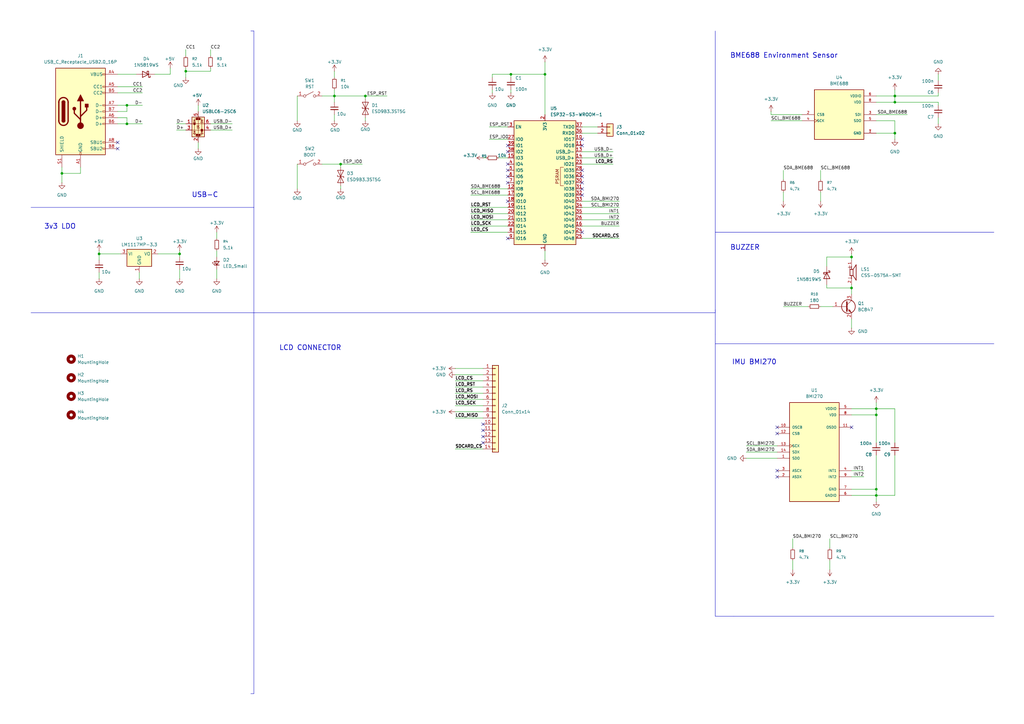
<source format=kicad_sch>
(kicad_sch (version 20250114) (generator "eeschema") (generator_version "9.0")
  (paper "A3")
  (title_block (title "Desktop Clock") (date "2025-09-22") (rev "v1.0") (company "Varun Kumar"))
  (lib_symbols
    (symbol "BME688:BME688" (pin_names (offset 1.016))
      (property "Reference" "U" (at -10.16 10.668 0))
      (property "Value" "BME688" (at -10.16 -12.7 0))
      (symbol "BME688_0_0"
        (pin input line (at -15.24 0 0) (length 5.08) (name "CSB") (number "2"))
        (pin input clock (at -15.24 -2.54 0) (length 5.08) (name "SCK") (number "4"))
        (pin power_in line (at 15.24 7.62 180) (length 5.08) (name "VDDIO") (number "6"))
        (pin power_in line (at 15.24 5.08 180) (length 5.08) (name "VDD") (number "8"))
        (pin bidirectional line (at 15.24 0 180) (length 5.08) (name "SDI") (number "3"))
        (pin bidirectional line (at 15.24 -2.54 180) (length 5.08) (name "SDO") (number "5"))
        (pin power_in line (at 15.24 -7.62 180) (length 5.08) (name "GND") (number "1"))
        (pin power_in line (at 15.24 -7.62 180) (length 5.08) (name "GND") (number "7"))
      )
    )
    (symbol "BMI270:BMI270" (pin_names (offset 1.016))
      (property "Reference" "U" (at -10.16 21.082 0))
      (property "Value" "BMI270" (at -10.16 -22.86 0))
      (symbol "BMI270_0_0"
        (pin input line (at -15.24 10.16 0) (length 5.08) (name "OSCB") (number "10"))
        (pin input line (at -15.24 7.62 0) (length 5.08) (name "CSB") (number "12"))
        (pin input clock (at -15.24 2.54 0) (length 5.08) (name "SCX") (number "13"))
        (pin bidirectional line (at -15.24 0 0) (length 5.08) (name "SDX") (number "14"))
        (pin bidirectional line (at -15.24 -2.54 0) (length 5.08) (name "SDO") (number "1"))
        (pin bidirectional line (at -15.24 -7.62 0) (length 5.08) (name "ASCX") (number "3"))
        (pin bidirectional line (at -15.24 -10.16 0) (length 5.08) (name "ASDX") (number "2"))
        (pin power_in line (at 15.24 17.78 180) (length 5.08) (name "VDDIO") (number "5"))
        (pin power_in line (at 15.24 15.24 180) (length 5.08) (name "VDD") (number "8"))
        (pin output line (at 15.24 10.16 180) (length 5.08) (name "OSDO") (number "11"))
        (pin bidirectional line (at 15.24 -7.62 180) (length 5.08) (name "INT1") (number "4"))
        (pin bidirectional line (at 15.24 -10.16 180) (length 5.08) (name "INT2") (number "9"))
        (pin power_in line (at 15.24 -15.24 180) (length 5.08) (name "GND") (number "7"))
        (pin power_in line (at 15.24 -17.78 180) (length 5.08) (name "GNDIO") (number "6"))
      )
    )
    (symbol "CSS-0575A-SMT:CSS-0575A-SMT" (pin_names (offset 1.016))
      (property "Reference" "LS" (at -3.8227 8.9196 0))
      (property "Value" "CSS-0575A-SMT" (at -3.8192 -11.4575 0))
      (symbol "CSS-0575A-SMT_0_0"
        (text "+" (at -1.9133 1.2755 0) (effects (font (size 1.7858 1.7858)) (justify left bottom)))
        (text "-" (at -1.9052 -3.1752 0) (effects (font (size 1.7781 1.7781)) (justify left bottom)))
        (pin passive line (at 0 5.08 270) (length 2.54) (name "~") (number "1"))
        (pin passive line (at 0 -5.08 90) (length 2.54) (name "~") (number "2"))
      )
    )
    (symbol "Connector:USB_C_Receptacle_USB2.0_16P" (pin_names (offset 1.016))
      (property "Reference" "J" (at 0 22.225 0))
      (property "Value" "USB_C_Receptacle_USB2.0_16P" (at 0 19.685 0))
      (symbol "USB_C_Receptacle_USB2.0_16P_1_1"
        (pin passive line (at -7.62 -22.86 90) (length 5.08) (name "SHIELD") (number "S1"))
        (pin passive line (at 0 -22.86 90) (length 5.08) (name "GND") (number "A1"))
        (pin passive line (at 0 -22.86 90) (length 5.08) (hide yes) (name "GND") (number "A12"))
        (pin passive line (at 0 -22.86 90) (length 5.08) (hide yes) (name "GND") (number "B1"))
        (pin passive line (at 0 -22.86 90) (length 5.08) (hide yes) (name "GND") (number "B12"))
        (pin passive line (at 15.24 15.24 180) (length 5.08) (name "VBUS") (number "A4"))
        (pin passive line (at 15.24 15.24 180) (length 5.08) (hide yes) (name "VBUS") (number "A9"))
        (pin passive line (at 15.24 15.24 180) (length 5.08) (hide yes) (name "VBUS") (number "B4"))
        (pin passive line (at 15.24 15.24 180) (length 5.08) (hide yes) (name "VBUS") (number "B9"))
        (pin bidirectional line (at 15.24 10.16 180) (length 5.08) (name "CC1") (number "A5"))
        (pin bidirectional line (at 15.24 7.62 180) (length 5.08) (name "CC2") (number "B5"))
        (pin bidirectional line (at 15.24 2.54 180) (length 5.08) (name "D-") (number "A7"))
        (pin bidirectional line (at 15.24 0 180) (length 5.08) (name "D-") (number "B7"))
        (pin bidirectional line (at 15.24 -2.54 180) (length 5.08) (name "D+") (number "A6"))
        (pin bidirectional line (at 15.24 -5.08 180) (length 5.08) (name "D+") (number "B6"))
        (pin bidirectional line (at 15.24 -12.7 180) (length 5.08) (name "SBU1") (number "A8"))
        (pin bidirectional line (at 15.24 -15.24 180) (length 5.08) (name "SBU2") (number "B8"))
      )
    )
    (symbol "Connector_Generic:Conn_01x02" (pin_names (offset 1.016) (hide yes))
      (property "Reference" "J" (at 0 2.54 0))
      (property "Value" "Conn_01x02" (at 0 -5.08 0))
      (symbol "Conn_01x02_1_1"
        (pin passive line (at -5.08 0 0) (length 3.81) (name "Pin_1") (number "1"))
        (pin passive line (at -5.08 -2.54 0) (length 3.81) (name "Pin_2") (number "2"))
      )
    )
    (symbol "Connector_Generic:Conn_01x14" (pin_names (offset 1.016) (hide yes))
      (property "Reference" "J" (at 0 17.78 0))
      (property "Value" "Conn_01x14" (at 0 -20.32 0))
      (symbol "Conn_01x14_1_1"
        (pin passive line (at -5.08 15.24 0) (length 3.81) (name "Pin_1") (number "1"))
        (pin passive line (at -5.08 12.7 0) (length 3.81) (name "Pin_2") (number "2"))
        (pin passive line (at -5.08 10.16 0) (length 3.81) (name "Pin_3") (number "3"))
        (pin passive line (at -5.08 7.62 0) (length 3.81) (name "Pin_4") (number "4"))
        (pin passive line (at -5.08 5.08 0) (length 3.81) (name "Pin_5") (number "5"))
        (pin passive line (at -5.08 2.54 0) (length 3.81) (name "Pin_6") (number "6"))
        (pin passive line (at -5.08 0 0) (length 3.81) (name "Pin_7") (number "7"))
        (pin passive line (at -5.08 -2.54 0) (length 3.81) (name "Pin_8") (number "8"))
        (pin passive line (at -5.08 -5.08 0) (length 3.81) (name "Pin_9") (number "9"))
        (pin passive line (at -5.08 -7.62 0) (length 3.81) (name "Pin_10") (number "10"))
        (pin passive line (at -5.08 -10.16 0) (length 3.81) (name "Pin_11") (number "11"))
        (pin passive line (at -5.08 -12.7 0) (length 3.81) (name "Pin_12") (number "12"))
        (pin passive line (at -5.08 -15.24 0) (length 3.81) (name "Pin_13") (number "13"))
        (pin passive line (at -5.08 -17.78 0) (length 3.81) (name "Pin_14") (number "14"))
      )
    )
    (symbol "Device:C_Small" (pin_numbers (hide yes)) (pin_names (offset 0.254) (hide yes))
      (property "Reference" "C" (at 0.254 1.778 0))
      (property "Value" "C_Small" (at 0.254 -2.032 0))
      (symbol "C_Small_1_1"
        (pin passive line (at 0 2.54 270) (length 2.032) (name "~") (number "1"))
        (pin passive line (at 0 -2.54 90) (length 2.032) (name "~") (number "2"))
      )
    )
    (symbol "Device:LED_Small" (pin_numbers (hide yes)) (pin_names (offset 0.254) (hide yes))
      (property "Reference" "D" (at -1.27 3.175 0))
      (property "Value" "LED_Small" (at -4.445 -2.54 0))
      (symbol "LED_Small_1_1"
        (pin passive line (at -2.54 0 0) (length 1.778) (name "K") (number "1"))
        (pin passive line (at 2.54 0 180) (length 1.778) (name "A") (number "2"))
      )
    )
    (symbol "Device:R_Small" (pin_numbers (hide yes)) (pin_names (offset 0.254) (hide yes))
      (property "Reference" "R" (at 0 0 90))
      (property "Value" "R_Small" (at 1.778 0 90))
      (symbol "R_Small_1_1"
        (pin passive line (at 0 2.54 270) (length 0.762) (name "~") (number "1"))
        (pin passive line (at 0 -2.54 90) (length 0.762) (name "~") (number "2"))
      )
    )
    (symbol "Diode:1N5819WS" (pin_numbers (hide yes)) (pin_names (offset 1.016) (hide yes))
      (property "Reference" "D" (at 0 2.54 0))
      (property "Value" "1N5819WS" (at 0 -2.54 0))
      (symbol "1N5819WS_1_1"
        (pin passive line (at -3.81 0 0) (length 2.54) (name "K") (number "1"))
        (pin passive line (at 3.81 0 180) (length 2.54) (name "A") (number "2"))
      )
    )
    (symbol "Diode:ESD9B3.3ST5G" (pin_numbers (hide yes)) (pin_names (offset 1.016) (hide yes))
      (property "Reference" "D" (at 0 2.54 0))
      (property "Value" "ESD9B3.3ST5G" (at 0 -2.54 0))
      (symbol "ESD9B3.3ST5G_1_1"
        (pin passive line (at -3.81 0 0) (length 2.54) (name "A1") (number "1"))
        (pin passive line (at 3.81 0 180) (length 2.54) (name "A2") (number "2"))
      )
    )
    (symbol "Mechanical:MountingHole" (pin_names (offset 1.016)) (in_bom no)
      (property "Reference" "H" (at 0 5.08 0))
      (property "Value" "MountingHole" (at 0 3.175 0))
    )
    (symbol "Power_Protection:USBLC6-2SC6" (pin_names (hide yes))
      (property "Reference" "U" (at 0.635 5.715 0))
      (property "Value" "USBLC6-2SC6" (at 0.635 3.81 0))
      (symbol "USBLC6-2SC6_1_1"
        (pin passive line (at -5.08 0 0) (length 2.54) (name "I/O1") (number "1"))
        (pin passive line (at -5.08 -2.54 0) (length 2.54) (name "I/O2") (number "3"))
        (pin passive line (at 0 5.08 270) (length 2.54) (name "VBUS") (number "5"))
        (pin passive line (at 0 -7.62 90) (length 2.54) (name "GND") (number "2"))
        (pin passive line (at 5.08 0 180) (length 2.54) (name "I/O1") (number "6"))
        (pin passive line (at 5.08 -2.54 180) (length 2.54) (name "I/O2") (number "4"))
      )
    )
    (symbol "RF_Module:ESP32-S3-WROOM-1"
      (property "Reference" "U" (at -12.7 26.67 0))
      (property "Value" "ESP32-S3-WROOM-1" (at 12.7 26.67 0))
      (symbol "ESP32-S3-WROOM-1_0_0"
        (text "PSRAM" (at 5.08 2.54 900) (effects (font (size 1.27 1.27))))
      )
      (symbol "ESP32-S3-WROOM-1_1_1"
        (pin input line (at -15.24 22.86 0) (length 2.54) (name "EN") (number "3"))
        (pin bidirectional line (at -15.24 17.78 0) (length 2.54) (name "IO0") (number "27"))
        (pin bidirectional line (at -15.24 15.24 0) (length 2.54) (name "IO1") (number "39"))
        (pin bidirectional line (at -15.24 12.7 0) (length 2.54) (name "IO2") (number "38"))
        (pin bidirectional line (at -15.24 10.16 0) (length 2.54) (name "IO3") (number "15"))
        (pin bidirectional line (at -15.24 7.62 0) (length 2.54) (name "IO4") (number "4"))
        (pin bidirectional line (at -15.24 5.08 0) (length 2.54) (name "IO5") (number "5"))
        (pin bidirectional line (at -15.24 2.54 0) (length 2.54) (name "IO6") (number "6"))
        (pin bidirectional line (at -15.24 0 0) (length 2.54) (name "IO7") (number "7"))
        (pin bidirectional line (at -15.24 -2.54 0) (length 2.54) (name "IO8") (number "12"))
        (pin bidirectional line (at -15.24 -5.08 0) (length 2.54) (name "IO9") (number "17"))
        (pin bidirectional line (at -15.24 -7.62 0) (length 2.54) (name "IO10") (number "18"))
        (pin bidirectional line (at -15.24 -10.16 0) (length 2.54) (name "IO11") (number "19"))
        (pin bidirectional line (at -15.24 -12.7 0) (length 2.54) (name "IO12") (number "20"))
        (pin bidirectional line (at -15.24 -15.24 0) (length 2.54) (name "IO13") (number "21"))
        (pin bidirectional line (at -15.24 -17.78 0) (length 2.54) (name "IO14") (number "22"))
        (pin bidirectional line (at -15.24 -20.32 0) (length 2.54) (name "IO15") (number "8"))
        (pin bidirectional line (at -15.24 -22.86 0) (length 2.54) (name "IO16") (number "9"))
        (pin power_in line (at 0 27.94 270) (length 2.54) (name "3V3") (number "2"))
        (pin power_in line (at 0 -27.94 90) (length 2.54) (name "GND") (number "1"))
        (pin passive line (at 0 -27.94 90) (length 2.54) (hide yes) (name "GND") (number "40"))
        (pin passive line (at 0 -27.94 90) (length 2.54) (hide yes) (name "GND") (number "41"))
        (pin bidirectional line (at 15.24 22.86 180) (length 2.54) (name "TXD0") (number "37"))
        (pin bidirectional line (at 15.24 20.32 180) (length 2.54) (name "RXD0") (number "36"))
        (pin bidirectional line (at 15.24 17.78 180) (length 2.54) (name "IO17") (number "10"))
        (pin bidirectional line (at 15.24 15.24 180) (length 2.54) (name "IO18") (number "11"))
        (pin bidirectional line (at 15.24 12.7 180) (length 2.54) (name "USB_D-") (number "13"))
        (pin bidirectional line (at 15.24 10.16 180) (length 2.54) (name "USB_D+") (number "14"))
        (pin bidirectional line (at 15.24 7.62 180) (length 2.54) (name "IO21") (number "23"))
        (pin bidirectional line (at 15.24 5.08 180) (length 2.54) (name "IO35") (number "28"))
        (pin bidirectional line (at 15.24 2.54 180) (length 2.54) (name "IO36") (number "29"))
        (pin bidirectional line (at 15.24 0 180) (length 2.54) (name "IO37") (number "30"))
        (pin bidirectional line (at 15.24 -2.54 180) (length 2.54) (name "IO38") (number "31"))
        (pin bidirectional line (at 15.24 -5.08 180) (length 2.54) (name "IO39") (number "32"))
        (pin bidirectional line (at 15.24 -7.62 180) (length 2.54) (name "IO40") (number "33"))
        (pin bidirectional line (at 15.24 -10.16 180) (length 2.54) (name "IO41") (number "34"))
        (pin bidirectional line (at 15.24 -12.7 180) (length 2.54) (name "IO42") (number "35"))
        (pin bidirectional line (at 15.24 -15.24 180) (length 2.54) (name "IO45") (number "26"))
        (pin bidirectional line (at 15.24 -17.78 180) (length 2.54) (name "IO46") (number "16"))
        (pin bidirectional line (at 15.24 -20.32 180) (length 2.54) (name "IO47") (number "24"))
        (pin bidirectional line (at 15.24 -22.86 180) (length 2.54) (name "IO48") (number "25"))
      )
    )
    (symbol "Regulator_Linear:LM1117MP-3.3"
      (property "Reference" "U" (at -3.81 3.175 0))
      (property "Value" "LM1117MP-3.3" (at 0 3.175 0))
      (symbol "LM1117MP-3.3_1_1"
        (pin power_in line (at -7.62 0 0) (length 2.54) (name "VI") (number "3"))
        (pin power_in line (at 0 -7.62 90) (length 2.54) (name "GND") (number "1"))
        (pin power_out line (at 7.62 0 180) (length 2.54) (name "VO") (number "2"))
      )
    )
    (symbol "Switch:SW_SPST" (pin_names (offset 0) (hide yes))
      (property "Reference" "SW" (at 0 3.175 0))
      (property "Value" "SW_SPST" (at 0 -2.54 0))
      (symbol "SW_SPST_1_1"
        (pin passive line (at -5.08 0 0) (length 2.54) (name "A") (number "1"))
        (pin passive line (at 5.08 0 180) (length 2.54) (name "B") (number "2"))
      )
    )
    (symbol "Transistor_BJT:BC847" (pin_names (offset 0) (hide yes))
      (property "Reference" "Q" (at 5.08 1.905 0))
      (property "Value" "BC847" (at 5.08 0 0))
      (symbol "BC847_1_1"
        (pin input line (at -5.08 0 0) (length 2.54) (name "B") (number "1"))
        (pin passive line (at 2.54 5.08 270) (length 2.54) (name "C") (number "3"))
        (pin passive line (at 2.54 -5.08 90) (length 2.54) (name "E") (number "2"))
      )
    )
    (symbol "power:+3.3V" (power) (pin_numbers (hide yes)) (pin_names (offset 0) (hide yes))
      (property "Value" "+3.3V" (at 0 3.556 0))
      (symbol "+3.3V_1_1"
        (pin power_in line (at 0 0 90) (length 0) (name "~") (number "1"))
      )
    )
    (symbol "power:+5V" (power) (pin_numbers (hide yes)) (pin_names (offset 0) (hide yes))
      (property "Value" "+5V" (at 0 3.556 0))
      (symbol "+5V_1_1"
        (pin power_in line (at 0 0 90) (length 0) (name "~") (number "1"))
      )
    )
    (symbol "power:GND" (power) (pin_numbers (hide yes)) (pin_names (offset 0) (hide yes))
      (property "Value" "GND" (at 0 -3.81 0))
      (symbol "GND_1_1"
        (pin power_in line (at 0 0 270) (length 0) (name "~") (number "1"))
      )
    )
  )
  (text "USB-C" (at 84.074 80.01 0) (effects (font (size 2.032 2.032) (thickness 0.254) (bold yes))))
  (text "IMU BMI270" (at 309.372 148.59 0) (effects (font (size 2.032 2.032) (thickness 0.254) (bold yes))))
  (text "BME688 Environment Sensor" (at 321.564 22.86 0) (effects (font (size 2.032 2.032) (thickness 0.254) (bold yes))))
  (text "LCD CONNECTOR" (at 127.254 142.748 0) (effects (font (size 2.032 2.032) (thickness 0.254) (bold yes))))
  (text "3v3 LDO" (at 24.638 92.964 0) (effects (font (size 2.032 2.032) (thickness 0.254) (bold yes))))
  (text "BUZZER" (at 305.562 101.6 0) (effects (font (size 2.032 2.032) (thickness 0.254) (bold yes))))
  (junction (at 359.41 170.18))
  (junction (at 367.03 41.91))
  (junction (at 149.86 39.37))
  (junction (at 52.07 43.18))
  (junction (at 25.4 71.12))
  (junction (at 359.41 167.64))
  (junction (at 73.66 104.14))
  (junction (at 76.2 29.21))
  (junction (at 359.41 200.66))
  (junction (at 139.7 67.31))
  (junction (at 349.25 118.11))
  (junction (at 367.03 39.37))
  (junction (at 52.07 50.8))
  (junction (at 349.25 105.41))
  (junction (at 223.52 30.48))
  (junction (at 137.16 39.37))
  (junction (at 209.55 30.48))
  (junction (at 40.64 104.14))
  (junction (at 367.03 54.61))
  (junction (at 359.41 203.2))
  (no_connect (at 208.28 69.85))
  (no_connect (at 238.76 80.01))
  (no_connect (at 48.26 58.42))
  (no_connect (at 208.28 74.93))
  (no_connect (at 349.25 175.26))
  (no_connect (at 198.12 181.61))
  (no_connect (at 48.26 60.96))
  (no_connect (at 208.28 59.69))
  (no_connect (at 238.76 57.15))
  (no_connect (at 238.76 74.93))
  (no_connect (at 198.12 176.53))
  (no_connect (at 208.28 67.31))
  (no_connect (at 198.12 179.07))
  (no_connect (at 318.77 177.8))
  (no_connect (at 198.12 173.99))
  (no_connect (at 318.77 195.58))
  (no_connect (at 208.28 82.55))
  (no_connect (at 208.28 97.79))
  (no_connect (at 318.77 175.26))
  (no_connect (at 318.77 193.04))
  (no_connect (at 238.76 72.39))
  (no_connect (at 238.76 95.25))
  (no_connect (at 238.76 59.69))
  (no_connect (at 238.76 77.47))
  (no_connect (at 208.28 72.39))
  (no_connect (at 238.76 69.85))
  (no_connect (at 208.28 62.23))
  (wire (pts (xy 52.07 43.18) (xy 52.07 45.72)))
  (wire (pts (xy 306.07 187.96) (xy 318.77 187.96)))
  (wire (pts (xy 86.36 20.32) (xy 86.36 22.86)))
  (wire (pts (xy 238.76 92.71) (xy 254 92.71)))
  (wire (pts (xy 193.04 87.63) (xy 208.28 87.63)))
  (wire (pts (xy 201.93 30.48) (xy 201.93 31.75)))
  (wire (pts (xy 367.03 49.53) (xy 367.03 54.61)))
  (wire (pts (xy 139.7 67.31) (xy 139.7 68.58)))
  (wire (pts (xy 73.66 104.14) (xy 73.66 105.41)))
  (wire (pts (xy 193.04 80.01) (xy 208.28 80.01)))
  (wire (pts (xy 336.55 125.73) (xy 341.63 125.73)))
  (wire (pts (xy 306.07 182.88) (xy 318.77 182.88)))
  (wire (pts (xy 137.16 29.21) (xy 137.16 31.75)))
  (wire (pts (xy 40.64 111.76) (xy 40.64 114.3)))
  (wire (pts (xy 48.26 30.48) (xy 55.88 30.48)))
  (wire (pts (xy 76.2 29.21) (xy 86.36 29.21)))
  (wire (pts (xy 48.26 38.1) (xy 58.42 38.1)))
  (wire (pts (xy 137.16 36.83) (xy 137.16 39.37)))
  (wire (pts (xy 223.52 25.4) (xy 223.52 30.48)))
  (wire (pts (xy 48.26 48.26) (xy 52.07 48.26)))
  (wire (pts (xy 48.26 35.56) (xy 58.42 35.56)))
  (polyline (pts (xy 293.37 128.27) (xy 293.37 127)))
  (wire (pts (xy 359.41 203.2) (xy 367.03 203.2)))
  (wire (pts (xy 200.66 52.07) (xy 208.28 52.07)))
  (wire (pts (xy 201.93 36.83) (xy 201.93 38.1)))
  (wire (pts (xy 359.41 39.37) (xy 367.03 39.37)))
  (wire (pts (xy 72.39 50.8) (xy 76.2 50.8)))
  (wire (pts (xy 349.25 195.58) (xy 354.33 195.58)))
  (wire (pts (xy 209.55 36.83) (xy 209.55 38.1)))
  (wire (pts (xy 88.9 102.87) (xy 88.9 105.41)))
  (wire (pts (xy 193.04 85.09) (xy 208.28 85.09)))
  (wire (pts (xy 367.03 186.69) (xy 367.03 203.2)))
  (wire (pts (xy 186.69 163.83) (xy 198.12 163.83)))
  (wire (pts (xy 325.12 220.98) (xy 325.12 224.79)))
  (wire (pts (xy 186.69 168.91) (xy 198.12 168.91)))
  (wire (pts (xy 339.09 118.11) (xy 349.25 118.11)))
  (wire (pts (xy 321.31 125.73) (xy 331.47 125.73)))
  (wire (pts (xy 132.08 39.37) (xy 137.16 39.37)))
  (polyline (pts (xy 104.14 284.48) (xy 102.87 284.48)))
  (wire (pts (xy 198.12 64.77) (xy 199.39 64.77)))
  (wire (pts (xy 88.9 110.49) (xy 88.9 114.3)))
  (wire (pts (xy 359.41 200.66) (xy 359.41 203.2)))
  (wire (pts (xy 76.2 20.32) (xy 76.2 22.86)))
  (wire (pts (xy 359.41 200.66) (xy 349.25 200.66)))
  (wire (pts (xy 86.36 27.94) (xy 86.36 29.21)))
  (wire (pts (xy 48.26 45.72) (xy 52.07 45.72)))
  (polyline (pts (xy 293.37 137.16) (xy 293.37 252.73)))
  (wire (pts (xy 86.36 50.8) (xy 95.25 50.8)))
  (wire (pts (xy 321.31 69.85) (xy 321.31 73.66)))
  (wire (pts (xy 186.69 156.21) (xy 198.12 156.21)))
  (wire (pts (xy 72.39 53.34) (xy 76.2 53.34)))
  (wire (pts (xy 81.28 58.42) (xy 81.28 60.96)))
  (polyline (pts (xy 104.14 85.09) (xy 104.14 128.27)))
  (polyline (pts (xy 293.37 140.97) (xy 407.67 140.97)))
  (wire (pts (xy 238.76 54.61) (xy 245.11 54.61)))
  (wire (pts (xy 73.66 102.87) (xy 73.66 104.14)))
  (wire (pts (xy 367.03 41.91) (xy 384.81 41.91)))
  (wire (pts (xy 149.86 48.26) (xy 149.86 49.53)))
  (wire (pts (xy 139.7 76.2) (xy 139.7 77.47)))
  (wire (pts (xy 238.76 85.09) (xy 254 85.09)))
  (wire (pts (xy 25.4 71.12) (xy 33.02 71.12)))
  (wire (pts (xy 384.81 48.26) (xy 384.81 50.8)))
  (wire (pts (xy 63.5 30.48) (xy 69.85 30.48)))
  (wire (pts (xy 137.16 39.37) (xy 137.16 41.91)))
  (wire (pts (xy 238.76 90.17) (xy 254 90.17)))
  (wire (pts (xy 238.76 52.07) (xy 245.11 52.07)))
  (polyline (pts (xy 293.37 252.73) (xy 300.99 252.73)))
  (polyline (pts (xy 102.87 12.7) (xy 104.14 12.7)))
  (wire (pts (xy 52.07 50.8) (xy 58.42 50.8)))
  (wire (pts (xy 349.25 193.04) (xy 354.33 193.04)))
  (wire (pts (xy 25.4 71.12) (xy 25.4 74.93)))
  (wire (pts (xy 349.25 116.84) (xy 349.25 118.11)))
  (wire (pts (xy 384.81 41.91) (xy 384.81 43.18)))
  (wire (pts (xy 359.41 49.53) (xy 367.03 49.53)))
  (wire (pts (xy 223.52 102.87) (xy 223.52 106.68)))
  (wire (pts (xy 137.16 46.99) (xy 137.16 49.53)))
  (wire (pts (xy 349.25 105.41) (xy 349.25 106.68)))
  (wire (pts (xy 57.15 111.76) (xy 57.15 114.3)))
  (wire (pts (xy 359.41 46.99) (xy 372.11 46.99)))
  (wire (pts (xy 121.92 67.31) (xy 121.92 77.47)))
  (wire (pts (xy 186.69 166.37) (xy 198.12 166.37)))
  (wire (pts (xy 367.03 36.83) (xy 367.03 39.37)))
  (wire (pts (xy 359.41 41.91) (xy 367.03 41.91)))
  (wire (pts (xy 238.76 64.77) (xy 251.46 64.77)))
  (wire (pts (xy 336.55 69.85) (xy 336.55 73.66)))
  (polyline (pts (xy 293.37 12.7) (xy 293.37 95.25)))
  (wire (pts (xy 306.07 185.42) (xy 318.77 185.42)))
  (wire (pts (xy 208.28 57.15) (xy 200.66 57.15)))
  (wire (pts (xy 359.41 167.64) (xy 359.41 170.18)))
  (polyline (pts (xy 300.99 252.73) (xy 407.67 252.73)))
  (wire (pts (xy 384.81 30.48) (xy 384.81 33.02)))
  (wire (pts (xy 204.47 64.77) (xy 208.28 64.77)))
  (wire (pts (xy 76.2 29.21) (xy 76.2 31.75)))
  (wire (pts (xy 349.25 130.81) (xy 349.25 134.62)))
  (wire (pts (xy 201.93 30.48) (xy 209.55 30.48)))
  (wire (pts (xy 121.92 39.37) (xy 121.92 49.53)))
  (polyline (pts (xy 293.37 95.25) (xy 407.67 95.25)))
  (wire (pts (xy 73.66 110.49) (xy 73.66 114.3)))
  (wire (pts (xy 349.25 170.18) (xy 359.41 170.18)))
  (wire (pts (xy 316.23 45.72) (xy 316.23 46.99)))
  (wire (pts (xy 336.55 78.74) (xy 336.55 82.55)))
  (wire (pts (xy 132.08 67.31) (xy 139.7 67.31)))
  (wire (pts (xy 349.25 118.11) (xy 349.25 120.65)))
  (wire (pts (xy 349.25 203.2) (xy 359.41 203.2)))
  (wire (pts (xy 40.64 102.87) (xy 40.64 104.14)))
  (wire (pts (xy 238.76 97.79) (xy 254 97.79)))
  (wire (pts (xy 339.09 109.22) (xy 339.09 105.41)))
  (wire (pts (xy 64.77 104.14) (xy 73.66 104.14)))
  (polyline (pts (xy 104.14 85.09) (xy 104.14 12.7)))
  (wire (pts (xy 359.41 54.61) (xy 367.03 54.61)))
  (wire (pts (xy 238.76 82.55) (xy 254 82.55)))
  (wire (pts (xy 339.09 116.84) (xy 339.09 118.11)))
  (wire (pts (xy 186.69 184.15) (xy 198.12 184.15)))
  (wire (pts (xy 209.55 30.48) (xy 209.55 31.75)))
  (wire (pts (xy 81.28 43.18) (xy 81.28 45.72)))
  (polyline (pts (xy 293.37 95.25) (xy 293.37 137.16)))
  (wire (pts (xy 76.2 27.94) (xy 76.2 29.21)))
  (wire (pts (xy 193.04 95.25) (xy 208.28 95.25)))
  (wire (pts (xy 367.03 39.37) (xy 384.81 39.37)))
  (wire (pts (xy 186.69 153.67) (xy 198.12 153.67)))
  (wire (pts (xy 186.69 158.75) (xy 198.12 158.75)))
  (wire (pts (xy 339.09 105.41) (xy 349.25 105.41)))
  (wire (pts (xy 367.03 167.64) (xy 359.41 167.64)))
  (wire (pts (xy 359.41 186.69) (xy 359.41 200.66)))
  (wire (pts (xy 384.81 38.1) (xy 384.81 39.37)))
  (wire (pts (xy 48.26 43.18) (xy 52.07 43.18)))
  (wire (pts (xy 186.69 171.45) (xy 198.12 171.45)))
  (wire (pts (xy 316.23 49.53) (xy 328.93 49.53)))
  (wire (pts (xy 88.9 95.25) (xy 88.9 97.79)))
  (wire (pts (xy 40.64 104.14) (xy 49.53 104.14)))
  (wire (pts (xy 149.86 39.37) (xy 158.75 39.37)))
  (wire (pts (xy 340.36 220.98) (xy 340.36 224.79)))
  (polyline (pts (xy 104.14 128.27) (xy 104.14 284.48)))
  (wire (pts (xy 349.25 167.64) (xy 359.41 167.64)))
  (wire (pts (xy 48.26 50.8) (xy 52.07 50.8)))
  (wire (pts (xy 367.03 39.37) (xy 367.03 41.91)))
  (wire (pts (xy 359.41 165.1) (xy 359.41 167.64)))
  (wire (pts (xy 52.07 48.26) (xy 52.07 50.8)))
  (wire (pts (xy 186.69 151.13) (xy 198.12 151.13)))
  (wire (pts (xy 359.41 203.2) (xy 359.41 205.74)))
  (wire (pts (xy 359.41 170.18) (xy 359.41 181.61)))
  (wire (pts (xy 349.25 104.14) (xy 349.25 105.41)))
  (wire (pts (xy 139.7 67.31) (xy 148.59 67.31)))
  (wire (pts (xy 33.02 68.58) (xy 33.02 71.12)))
  (wire (pts (xy 52.07 43.18) (xy 58.42 43.18)))
  (wire (pts (xy 40.64 104.14) (xy 40.64 106.68)))
  (polyline (pts (xy 12.7 128.27) (xy 104.14 128.27)))
  (wire (pts (xy 238.76 67.31) (xy 251.46 67.31)))
  (wire (pts (xy 316.23 46.99) (xy 328.93 46.99)))
  (wire (pts (xy 149.86 39.37) (xy 149.86 40.64)))
  (wire (pts (xy 69.85 27.94) (xy 69.85 30.48)))
  (wire (pts (xy 193.04 92.71) (xy 208.28 92.71)))
  (polyline (pts (xy 12.7 85.09) (xy 104.14 85.09)))
  (wire (pts (xy 25.4 68.58) (xy 25.4 71.12)))
  (wire (pts (xy 238.76 87.63) (xy 254 87.63)))
  (wire (pts (xy 186.69 161.29) (xy 198.12 161.29)))
  (wire (pts (xy 193.04 90.17) (xy 208.28 90.17)))
  (wire (pts (xy 367.03 181.61) (xy 367.03 167.64)))
  (wire (pts (xy 209.55 30.48) (xy 223.52 30.48)))
  (wire (pts (xy 325.12 229.87) (xy 325.12 233.68)))
  (wire (pts (xy 340.36 229.87) (xy 340.36 233.68)))
  (wire (pts (xy 367.03 54.61) (xy 367.03 57.15)))
  (wire (pts (xy 86.36 53.34) (xy 95.25 53.34)))
  (wire (pts (xy 193.04 77.47) (xy 208.28 77.47)))
  (wire (pts (xy 321.31 78.74) (xy 321.31 82.55)))
  (wire (pts (xy 238.76 62.23) (xy 251.46 62.23)))
  (wire (pts (xy 223.52 30.48) (xy 223.52 46.99)))
  (polyline (pts (xy 104.14 128.27) (xy 293.37 128.27)))
  (wire (pts (xy 137.16 39.37) (xy 149.86 39.37)))
  (label "BUZZER" (at 254 92.71 180))
  (label "INT1" (at 254 87.63 180))
  (label "LCD_RST" (at 193.04 85.09 0) (effects (font (thickness 0.254) (bold yes))))
  (label "SCL_BMI270" (at 340.36 220.98 0))
  (label "LCD_RS" (at 186.69 161.29 0) (effects (font (thickness 0.254) (bold yes))))
  (label "LCD_CS" (at 186.69 156.21 0) (effects (font (thickness 0.254) (bold yes))))
  (label "D-" (at 58.42 43.18 180))
  (label "ESP_RST" (at 158.75 39.37 180))
  (label "ESP_IO0" (at 200.66 57.15 0))
  (label "D+" (at 58.42 50.8 180))
  (label "SDA_BME688" (at 193.04 77.47 0))
  (label "SCL_BME688" (at 193.04 80.01 0))
  (label "D-" (at 72.39 50.8 0))
  (label "USB_D+" (at 251.46 64.77 180))
  (label "USB_D-" (at 95.25 50.8 180))
  (label "LCD_RS" (at 251.46 67.31 180) (effects (font (thickness 0.254) (bold yes))))
  (label "BUZZER" (at 321.31 125.73 0))
  (label "SDA_BMI270" (at 325.12 220.98 0))
  (label "LCD_MOSI" (at 186.69 163.83 0) (effects (font (thickness 0.254) (bold yes))))
  (label "INT1" (at 354.33 193.04 180))
  (label "INT2" (at 254 90.17 180))
  (label "SCL_BMI270" (at 306.07 182.88 0))
  (label "INT2" (at 354.33 195.58 180))
  (label "LCD_CS" (at 193.04 95.25 0) (effects (font (thickness 0.254) (bold yes))))
  (label "LCD_SCK" (at 186.69 166.37 0) (effects (font (thickness 0.254) (bold yes))))
  (label "USB_D-" (at 251.46 62.23 180))
  (label "LCD_MISO" (at 186.69 171.45 0) (effects (font (thickness 0.254) (bold yes))))
  (label "CC1" (at 58.42 35.56 180))
  (label "CC2" (at 58.42 38.1 180))
  (label "LCD_MOSI" (at 193.04 90.17 0) (effects (font (thickness 0.254) (bold yes))))
  (label "SDA_BMI270" (at 306.07 185.42 0))
  (label "ESP_RST" (at 200.66 52.07 0))
  (label "SCL_BME688" (at 336.55 69.85 0))
  (label "SCL_BMI270" (at 254 85.09 180))
  (label "SDA_BMI270" (at 254 82.55 180))
  (label "LCD_RST" (at 186.69 158.75 0) (effects (font (thickness 0.254) (bold yes))))
  (label "SDCARD_CS" (at 186.69 184.15 0) (effects (font (thickness 0.254) (bold yes))))
  (label "LCD_SCK" (at 193.04 92.71 0) (effects (font (thickness 0.254) (bold yes))))
  (label "CC1" (at 76.2 20.32 0))
  (label "SCL_BME688" (at 316.23 49.53 0))
  (label "ESP_IO0" (at 148.59 67.31 180))
  (label "CC2" (at 86.36 20.32 0))
  (label "LCD_MISO" (at 193.04 87.63 0) (effects (font (thickness 0.254) (bold yes))))
  (label "SDCARD_CS" (at 254 97.79 180) (effects (font (thickness 0.254) (bold yes))))
  (label "D+" (at 72.39 53.34 0))
  (label "SDA_BME688" (at 321.31 69.85 0))
  (label "USB_D+" (at 95.25 53.34 180))
  (label "SDA_BME688" (at 372.11 46.99 180))
  (symbol (lib_id "power:+3.3V") (at 88.9 95.25 0) (unit 1)
    (property "Reference" "#PWR019" (effects (hide yes)))
    (property "Value" "+3.3V" (at 88.9 91.44 0))
    (property "Description" "Power symbol creates a global label with name \"+3.3V\"" (effects (hide yes)))
  )
  (symbol (lib_id "RF_Module:ESP32-S3-WROOM-1") (at 223.52 74.93 0) (unit 1)
    (property "Reference" "U5" (at 225.6633 44.45 0) (effects (justify left)))
    (property "Value" "ESP32-S3-WROOM-1" (at 225.6633 46.99 0) (effects (justify left)))
    (property "Footprint" "RF_Module:ESP32-S3-WROOM-1" (effects (hide yes)))
    (property "Datasheet" "https://www.espressif.com/sites/default/files/documentation/esp32-s3-wroom-1_wroom-1u_datasheet_en.pdf" (effects (hide yes)))
    (property "Description" "RF Module, ESP32-S3 SoC, Wi-Fi 802.11b/g/n, Bluetooth, BLE, 32-bit, 3.3V, onboard antenna, SMD" (effects (hide yes)))
  )
  (symbol (lib_id "Mechanical:MountingHole") (at 29.21 170.18 0) (unit 1)
    (property "Reference" "H4" (at 31.75 168.9099 0) (effects (justify left)))
    (property "Value" "MountingHole" (at 31.75 171.4499 0) (effects (justify left)))
    (property "Footprint" "MountingHole:MountingHole_3.2mm_M3" (effects (hide yes)))
    (property "Description" "Mounting Hole without connection" (effects (hide yes)))
  )
  (symbol (lib_id "Device:R_Small") (at 137.16 34.29 0) (unit 1)
    (property "Reference" "R1" (at 139.7 33.0199 0) (effects (font (size 1.016 1.016)) (justify left)))
    (property "Value" "10k" (at 139.7 35.5599 0) (effects (justify left)))
    (property "Footprint" "Resistor_SMD:R_0603_1608Metric_Pad0.98x0.95mm_HandSolder" (effects (hide yes)))
    (property "Description" "Resistor, small symbol" (effects (hide yes)))
  )
  (symbol (lib_id "Diode:1N5819WS") (at 59.69 30.48 180) (unit 1)
    (property "Reference" "D4" (at 60.0075 24.13 0))
    (property "Value" "1N5819WS" (at 60.0075 26.67 0))
    (property "Footprint" "Diode_SMD:D_SOD-323" (effects (hide yes)))
    (property "Datasheet" "https://datasheet.lcsc.com/lcsc/2204281430_Guangdong-Hottech-1N5819WS_C191023.pdf" (effects (hide yes)))
    (property "Description" "40V 600mV@1A 1A SOD-323 Schottky Barrier Diodes, SOD-323" (effects (hide yes)))
  )
  (symbol (lib_id "CSS-0575A-SMT:CSS-0575A-SMT") (at 349.25 111.76 0) (unit 1)
    (property "Reference" "LS1" (at 353.06 110.4199 0) (effects (justify left)))
    (property "Value" "CSS-0575A-SMT" (at 353.06 112.9599 0) (effects (justify left)))
    (property "Footprint" "CSS-0575A-SMT:CUI_CSS-0575A-SMT" (effects (hide yes)))
    (property "MF" "Same Sky" (effects (hide yes)))
    (property "DESCRIPTION" "5 mm, 3 V, 75 dB, Surface Mount _SMT_, Magnetic Audio Transducer Buzzer" (effects (hide yes)))
    (property "PACKAGE" "None" (effects (hide yes)))
    (property "PRICE" "None" (effects (hide yes)))
    (property "Package" "Package" (effects (hide yes)))
    (property "Check_prices" "https://www.snapeda.com/parts/CSS-0575A-SMT-TR/Same+Sky/view-part/?ref=eda" (effects (hide yes)))
    (property "Price" "None" (effects (hide yes)))
    (property "SnapEDA_Link" "https://www.snapeda.com/parts/CSS-0575A-SMT-TR/Same+Sky/view-part/?ref=snap" (effects (hide yes)))
    (property "MP" "CSS-0575A-SMT-TR" (effects (hide yes)))
    (property "Availability" "In Stock" (effects (hide yes)))
    (property "AVAILABILITY" "Unavailable" (effects (hide yes)))
    (property "Description_1" "5 mm, 3 V, 76 dB, Surface Mount (SMT), Magnetic Audio Transducer Buzzer" (effects (hide yes)))
  )
  (symbol (lib_id "power:GND") (at 367.03 57.15 0) (unit 1)
    (property "Reference" "#PWR025" (effects (hide yes)))
    (property "Value" "GND" (at 367.03 62.23 0))
    (property "Description" "Power symbol creates a global label with name \"GND\" , ground" (effects (hide yes)))
  )
  (symbol (lib_id "Device:C_Small") (at 137.16 44.45 0) (unit 1)
    (property "Reference" "C3" (effects (hide yes)))
    (property "Value" "10u" (at 138.176 46.736 0) (effects (justify left)))
    (property "Footprint" "Capacitor_SMD:C_0603_1608Metric_Pad1.08x0.95mm_HandSolder" (effects (hide yes)))
    (property "Description" "Unpolarized capacitor, small symbol" (effects (hide yes)))
  )
  (symbol (lib_id "power:GND") (at 88.9 114.3 0) (unit 1)
    (property "Reference" "#PWR020" (effects (hide yes)))
    (property "Value" "GND" (at 88.9 119.38 0))
    (property "Description" "Power symbol creates a global label with name \"GND\" , ground" (effects (hide yes)))
  )
  (symbol (lib_id "power:+3.3V") (at 325.12 233.68 180) (unit 1)
    (property "Reference" "#PWR035" (effects (hide yes)))
    (property "Value" "+3.3V" (at 325.12 238.76 0))
    (property "Description" "Power symbol creates a global label with name \"+3.3V\"" (effects (hide yes)))
  )
  (symbol (lib_id "power:GND") (at 25.4 74.93 0) (unit 1)
    (property "Reference" "#PWR09" (effects (hide yes)))
    (property "Value" "GND" (at 25.4 80.01 0))
    (property "Description" "Power symbol creates a global label with name \"GND\" , ground" (effects (hide yes)))
  )
  (symbol (lib_id "power:GND") (at 139.7 77.47 0) (unit 1)
    (property "Reference" "#PWR023" (effects (hide yes)))
    (property "Value" "GND" (at 139.7 81.026 0))
    (property "Description" "Power symbol creates a global label with name \"GND\" , ground" (effects (hide yes)))
  )
  (symbol (lib_id "Device:R_Small") (at 76.2 25.4 0) (unit 1)
    (property "Reference" "R2" (at 78.74 24.1299 0) (effects (font (size 1.016 1.016)) (justify left)))
    (property "Value" "5.1k" (at 78.74 26.6699 0) (effects (justify left)))
    (property "Footprint" "Resistor_SMD:R_0603_1608Metric_Pad0.98x0.95mm_HandSolder" (effects (hide yes)))
    (property "Description" "Resistor, small symbol" (effects (hide yes)))
  )
  (symbol (lib_id "Transistor_BJT:BC847") (at 346.71 125.73 0) (unit 1)
    (property "Reference" "Q1" (at 351.79 124.4599 0) (effects (justify left)))
    (property "Value" "BC847" (at 351.79 126.9999 0) (effects (justify left)))
    (property "Footprint" "Package_TO_SOT_SMD:SOT-23_Handsoldering" (effects (hide yes)))
    (property "Datasheet" "http://www.infineon.com/dgdl/Infineon-BC847SERIES_BC848SERIES_BC849SERIES_BC850SERIES-DS-v01_01-en.pdf?fileId=db3a304314dca389011541d4630a1657" (effects (hide yes)))
    (property "Description" "0.1A Ic, 45V Vce, NPN Transistor, SOT-23" (effects (hide yes)))
  )
  (symbol (lib_id "BMI270:BMI270") (at 334.01 185.42 0) (unit 1)
    (property "Reference" "U1" (at 334.01 160.02 0))
    (property "Value" "BMI270" (at 334.01 162.56 0))
    (property "Footprint" "BMI270:XDCR_BMI270" (effects (hide yes)))
    (property "PATREV" "1.0" (effects (hide yes)))
    (property "MF" "Bosch Sensortec" (effects (hide yes)))
    (property "MAXIMUM_PACKAGE_HEIGHT" "0.87mm" (effects (hide yes)))
    (property "Package" "LGA-14 Bosch Sensortec" (effects (hide yes)))
    (property "Price" "None" (effects (hide yes)))
    (property "Check_prices" "https://www.snapeda.com/parts/BMI270/Bosch/view-part/?ref=eda" (effects (hide yes)))
    (property "STANDARD" "Manufacturer Recommendations" (effects (hide yes)))
    (property "SnapEDA_Link" "https://www.snapeda.com/parts/BMI270/Bosch/view-part/?ref=snap" (effects (hide yes)))
    (property "MP" "BMI270" (effects (hide yes)))
    (property "Description_1" "Accelerometer, Gyroscope, 6 Axis Sensor I2C, SPI Output" (effects (hide yes)))
    (property "Availability" "In Stock" (effects (hide yes)))
    (property "MANUFACTURER" "Bosch Sensortec" (effects (hide yes)))
  )
  (symbol (lib_id "Device:R_Small") (at 340.36 227.33 0) (unit 1)
    (property "Reference" "R9" (at 342.9 226.0599 0) (effects (font (size 1.016 1.016)) (justify left)))
    (property "Value" "4.7k" (at 342.9 228.5999 0) (effects (justify left)))
    (property "Footprint" "Resistor_SMD:R_0603_1608Metric_Pad0.98x0.95mm_HandSolder" (effects (hide yes)))
    (property "Description" "Resistor, small symbol" (effects (hide yes)))
  )
  (symbol (lib_id "Device:R_Small") (at 321.31 76.2 0) (unit 1)
    (property "Reference" "R6" (at 323.85 74.9299 0) (effects (font (size 1.016 1.016)) (justify left)))
    (property "Value" "4.7k" (at 323.85 77.4699 0) (effects (justify left)))
    (property "Footprint" "Resistor_SMD:R_0603_1608Metric_Pad0.98x0.95mm_HandSolder" (effects (hide yes)))
    (property "Description" "Resistor, small symbol" (effects (hide yes)))
  )
  (symbol (lib_id "Device:C_Small") (at 73.66 107.95 0) (unit 1)
    (property "Reference" "C5" (effects (hide yes)))
    (property "Value" "10u" (at 74.676 110.236 0) (effects (justify left)))
    (property "Footprint" "Capacitor_SMD:C_0603_1608Metric_Pad1.08x0.95mm_HandSolder" (effects (hide yes)))
    (property "Description" "Unpolarized capacitor, small symbol" (effects (hide yes)))
  )
  (symbol (lib_id "power:GND") (at 223.52 106.68 0) (unit 1)
    (property "Reference" "#PWR08" (effects (hide yes)))
    (property "Value" "GND" (at 223.52 111.76 0))
    (property "Description" "Power symbol creates a global label with name \"GND\" , ground" (effects (hide yes)))
  )
  (symbol (lib_id "power:+3.3V") (at 349.25 104.14 0) (unit 1)
    (property "Reference" "#PWR040" (effects (hide yes)))
    (property "Value" "+3.3V" (at 349.25 99.06 0))
    (property "Description" "Power symbol creates a global label with name \"+3.3V\"" (effects (hide yes)))
  )
  (symbol (lib_id "Device:C_Small") (at 367.03 184.15 180) (unit 1)
    (property "Reference" "C9" (at 365.252 186.436 0) (effects (justify left)))
    (property "Value" "100n" (at 365.252 181.864 0) (effects (justify left)))
    (property "Footprint" "Capacitor_SMD:C_0603_1608Metric_Pad1.08x0.95mm_HandSolder" (effects (hide yes)))
    (property "Description" "Unpolarized capacitor, small symbol" (effects (hide yes)))
  )
  (symbol (lib_id "power:+3.3V") (at 73.66 102.87 0) (unit 1)
    (property "Reference" "#PWR017" (effects (hide yes)))
    (property "Value" "+3.3V" (at 73.66 99.06 0))
    (property "Description" "Power symbol creates a global label with name \"+3.3V\"" (effects (hide yes)))
  )
  (symbol (lib_id "Connector_Generic:Conn_01x02") (at 250.19 52.07 0) (unit 1)
    (property "Reference" "J3" (at 252.73 52.0699 0) (effects (justify left)))
    (property "Value" "Conn_01x02" (at 252.73 54.6099 0) (effects (justify left)))
    (property "Footprint" "Connector_PinHeader_2.54mm:PinHeader_1x02_P2.54mm_Horizontal" (effects (hide yes)))
    (property "Description" "Generic connector, single row, 01x02, script generated (kicad-library-utils/schlib/autogen/connector/)" (effects (hide yes)))
  )
  (symbol (lib_id "power:GND") (at 121.92 49.53 0) (unit 1)
    (property "Reference" "#PWR05" (effects (hide yes)))
    (property "Value" "GND" (at 121.92 53.34 0))
    (property "Description" "Power symbol creates a global label with name \"GND\" , ground" (effects (hide yes)))
  )
  (symbol (lib_id "power:+3.3V") (at 223.52 25.4 0) (unit 1)
    (property "Reference" "#PWR01" (effects (hide yes)))
    (property "Value" "+3.3V" (at 223.52 20.32 0))
    (property "Description" "Power symbol creates a global label with name \"+3.3V\"" (effects (hide yes)))
  )
  (symbol (lib_id "Power_Protection:USBLC6-2SC6") (at 81.28 50.8 0) (unit 1)
    (property "Reference" "U2" (at 82.9311 43.18 0) (effects (justify left)))
    (property "Value" "USBLC6-2SC6" (at 82.9311 45.72 0) (effects (justify left)))
    (property "Footprint" "Package_TO_SOT_SMD:SOT-23-6" (effects (hide yes)))
    (property "Datasheet" "https://www.st.com/resource/en/datasheet/usblc6-2.pdf" (effects (hide yes)))
    (property "Description" "Very low capacitance ESD protection diode, 2 data-line, SOT-23-6" (effects (hide yes)))
  )
  (symbol (lib_id "power:GND") (at 81.28 60.96 0) (unit 1)
    (property "Reference" "#PWR010" (effects (hide yes)))
    (property "Value" "GND" (at 81.28 65.024 0))
    (property "Description" "Power symbol creates a global label with name \"GND\" , ground" (effects (hide yes)))
  )
  (symbol (lib_id "Diode:ESD9B3.3ST5G") (at 149.86 44.45 90) (unit 1)
    (property "Reference" "D1" (at 152.4 43.1799 90) (effects (justify right)))
    (property "Value" "ESD9B3.3ST5G" (at 152.4 45.7199 90) (effects (justify right)))
    (property "Footprint" "Diode_SMD:D_SOD-923" (effects (hide yes)))
    (property "Datasheet" "https://www.onsemi.com/pub/Collateral/ESD9B-D.PDF" (effects (hide yes)))
    (property "Description" "ESD protection diode, 3.3Vrwm, SOD-923" (effects (hide yes)))
  )
  (symbol (lib_id "power:+5V") (at 40.64 102.87 0) (unit 1)
    (property "Reference" "#PWR014" (effects (hide yes)))
    (property "Value" "+5V" (at 40.386 99.06 0))
    (property "Description" "Power symbol creates a global label with name \"+5V\"" (effects (hide yes)))
  )
  (symbol (lib_id "Device:C_Small") (at 384.81 35.56 180) (unit 1)
    (property "Reference" "C6" (at 383.032 37.846 0) (effects (justify left)))
    (property "Value" "100n" (at 383.032 33.274 0) (effects (justify left)))
    (property "Footprint" "Capacitor_SMD:C_0603_1608Metric_Pad1.08x0.95mm_HandSolder" (effects (hide yes)))
    (property "Description" "Unpolarized capacitor, small symbol" (effects (hide yes)))
  )
  (symbol (lib_id "power:GND") (at 40.64 114.3 0) (unit 1)
    (property "Reference" "#PWR015" (effects (hide yes)))
    (property "Value" "GND" (at 40.64 119.38 0))
    (property "Description" "Power symbol creates a global label with name \"GND\" , ground" (effects (hide yes)))
  )
  (symbol (lib_id "power:+3.3V") (at 186.69 151.13 90) (unit 1)
    (property "Reference" "#PWR037" (effects (hide yes)))
    (property "Value" "+3.3V" (at 182.88 151.1299 90) (effects (justify left)))
    (property "Description" "Power symbol creates a global label with name \"+3.3V\"" (effects (hide yes)))
  )
  (symbol (lib_id "BME688:BME688") (at 344.17 46.99 0) (unit 1)
    (property "Reference" "U4" (at 344.17 31.75 0))
    (property "Value" "BME688" (at 344.17 34.29 0))
    (property "Footprint" "BME688:IC_BME688" (effects (hide yes)))
    (property "MF" "Bosch Sensortec" (effects (hide yes)))
    (property "MAXIMUM_PACKAGE_HEIGHT" "1.0 mm" (effects (hide yes)))
    (property "Package" "None" (effects (hide yes)))
    (property "Price" "None" (effects (hide yes)))
    (property "Check_prices" "https://www.snapeda.com/parts/BME688/Bosch/view-part/?ref=eda" (effects (hide yes)))
    (property "STANDARD" "Manufacturer recommendations" (effects (hide yes)))
    (property "PARTREV" "1.0" (effects (hide yes)))
    (property "SnapEDA_Link" "https://www.snapeda.com/parts/BME688/Bosch/view-part/?ref=snap" (effects (hide yes)))
    (property "MP" "BME688" (effects (hide yes)))
    (property "Description_1" "Gas sensor measuring relative humidity, barometric pressure, ambient temperature and gas (VOC)" (effects (hide yes)))
    (property "Availability" "In Stock" (effects (hide yes)))
    (property "MANUFACTURER" "BOSCH" (effects (hide yes)))
  )
  (symbol (lib_id "Device:R_Small") (at 86.36 25.4 0) (unit 1)
    (property "Reference" "R3" (at 88.9 24.1299 0) (effects (font (size 1.016 1.016)) (justify left)))
    (property "Value" "5.1k" (at 88.9 26.6699 0) (effects (justify left)))
    (property "Footprint" "Resistor_SMD:R_0603_1608Metric_Pad0.98x0.95mm_HandSolder" (effects (hide yes)))
    (property "Description" "Resistor, small symbol" (effects (hide yes)))
  )
  (symbol (lib_id "Mechanical:MountingHole") (at 29.21 147.32 0) (unit 1)
    (property "Reference" "H1" (at 31.75 146.0499 0) (effects (justify left)))
    (property "Value" "MountingHole" (at 31.75 148.5899 0) (effects (justify left)))
    (property "Footprint" "MountingHole:MountingHole_3.2mm_M3" (effects (hide yes)))
    (property "Description" "Mounting Hole without connection" (effects (hide yes)))
  )
  (symbol (lib_id "Device:C_Small") (at 201.93 34.29 0) (unit 1)
    (property "Reference" "C2" (effects (hide yes)))
    (property "Value" "10u" (at 202.946 36.576 0) (effects (justify left)))
    (property "Footprint" "Capacitor_SMD:C_0603_1608Metric_Pad1.08x0.95mm_HandSolder" (effects (hide yes)))
    (property "Description" "Unpolarized capacitor, small symbol" (effects (hide yes)))
  )
  (symbol (lib_id "Device:R_Small") (at 334.01 125.73 90) (unit 1)
    (property "Reference" "R10" (at 334.01 120.65 90) (effects (font (size 1.016 1.016))))
    (property "Value" "180" (at 334.01 123.19 90))
    (property "Footprint" "Resistor_SMD:R_0603_1608Metric_Pad0.98x0.95mm_HandSolder" (effects (hide yes)))
    (property "Description" "Resistor, small symbol" (effects (hide yes)))
  )
  (symbol (lib_id "Device:R_Small") (at 201.93 64.77 90) (unit 1)
    (property "Reference" "R5" (at 199.644 64.008 90) (effects (font (size 1.016 1.016)) (justify left)))
    (property "Value" "10k" (at 207.772 63.754 90) (effects (justify left)))
    (property "Footprint" "Resistor_SMD:R_0603_1608Metric_Pad0.98x0.95mm_HandSolder" (effects (hide yes)))
    (property "Description" "Resistor, small symbol" (effects (hide yes)))
  )
  (symbol (lib_id "Device:C_Small") (at 40.64 109.22 0) (unit 1)
    (property "Reference" "C4" (effects (hide yes)))
    (property "Value" "10u" (at 41.656 111.506 0) (effects (justify left)))
    (property "Footprint" "Capacitor_SMD:C_0603_1608Metric_Pad1.08x0.95mm_HandSolder" (effects (hide yes)))
    (property "Description" "Unpolarized capacitor, small symbol" (effects (hide yes)))
  )
  (symbol (lib_id "Device:R_Small") (at 336.55 76.2 0) (unit 1)
    (property "Reference" "R7" (at 339.09 74.9299 0) (effects (font (size 1.016 1.016)) (justify left)))
    (property "Value" "4.7k" (at 339.09 77.4699 0) (effects (justify left)))
    (property "Footprint" "Resistor_SMD:R_0603_1608Metric_Pad0.98x0.95mm_HandSolder" (effects (hide yes)))
    (property "Description" "Resistor, small symbol" (effects (hide yes)))
  )
  (symbol (lib_id "power:+3.3V") (at 367.03 36.83 0) (unit 1)
    (property "Reference" "#PWR024" (effects (hide yes)))
    (property "Value" "+3.3V" (at 367.03 31.75 0))
    (property "Description" "Power symbol creates a global label with name \"+3.3V\"" (effects (hide yes)))
  )
  (symbol (lib_id "power:GND") (at 137.16 49.53 0) (unit 1)
    (property "Reference" "#PWR06" (effects (hide yes)))
    (property "Value" "GND" (at 137.414 53.34 0))
    (property "Description" "Power symbol creates a global label with name \"GND\" , ground" (effects (hide yes)))
  )
  (symbol (lib_id "Connector_Generic:Conn_01x14") (at 203.2 166.37 0) (unit 1)
    (property "Reference" "J2" (at 205.74 166.3699 0) (effects (justify left)))
    (property "Value" "Conn_01x14" (at 205.74 168.9099 0) (effects (justify left)))
    (property "Footprint" "Connector_FFC-FPC:Amphenol_F32Q-1A7x1-11014_1x14-1MP_P0.5mm_Horizontal" (effects (hide yes)))
    (property "Description" "Generic connector, single row, 01x14, script generated (kicad-library-utils/schlib/autogen/connector/)" (effects (hide yes)))
  )
  (symbol (lib_id "power:GND") (at 306.07 187.96 270) (unit 1)
    (property "Reference" "#PWR032" (effects (hide yes)))
    (property "Value" "GND" (at 302.26 187.9599 90) (effects (justify right)))
    (property "Description" "Power symbol creates a global label with name \"GND\" , ground" (effects (hide yes)))
  )
  (symbol (lib_id "Switch:SW_SPST") (at 127 67.31 0) (unit 1)
    (property "Reference" "SW2" (at 127 60.96 0))
    (property "Value" "BOOT" (at 127 63.5 0))
    (property "Footprint" "Button_Switch_SMD:SW_SPST_B3U-1000P" (effects (hide yes)))
    (property "Description" "Single Pole Single Throw (SPST) switch" (effects (hide yes)))
  )
  (symbol (lib_id "power:+3.3V") (at 198.12 64.77 90) (unit 1)
    (property "Reference" "#PWR022" (effects (hide yes)))
    (property "Value" "+3.3V" (at 192.786 63.754 90))
    (property "Description" "Power symbol creates a global label with name \"+3.3V\"" (effects (hide yes)))
  )
  (symbol (lib_id "Device:R_Small") (at 325.12 227.33 0) (unit 1)
    (property "Reference" "R8" (at 327.66 226.0599 0) (effects (font (size 1.016 1.016)) (justify left)))
    (property "Value" "4.7k" (at 327.66 228.5999 0) (effects (justify left)))
    (property "Footprint" "Resistor_SMD:R_0603_1608Metric_Pad0.98x0.95mm_HandSolder" (effects (hide yes)))
    (property "Description" "Resistor, small symbol" (effects (hide yes)))
  )
  (symbol (lib_id "Device:C_Small") (at 209.55 34.29 0) (unit 1)
    (property "Reference" "C1" (at 211.328 32.004 0) (effects (justify left)))
    (property "Value" "100n" (at 211.328 36.576 0) (effects (justify left)))
    (property "Footprint" "Capacitor_SMD:C_0603_1608Metric_Pad1.08x0.95mm_HandSolder" (effects (hide yes)))
    (property "Description" "Unpolarized capacitor, small symbol" (effects (hide yes)))
  )
  (symbol (lib_id "Connector:USB_C_Receptacle_USB2.0_16P") (at 33.02 45.72 0) (unit 1)
    (property "Reference" "J1" (at 33.02 22.86 0))
    (property "Value" "USB_C_Receptacle_USB2.0_16P" (at 33.02 25.4 0))
    (property "Footprint" "Connector_USB:USB_C_Receptacle_GCT_USB4105-xx-A_16P_TopMnt_Horizontal" (effects (hide yes)))
    (property "Datasheet" "https://www.usb.org/sites/default/files/documents/usb_type-c.zip" (effects (hide yes)))
    (property "Description" "USB 2.0-only 16P Type-C Receptacle connector" (effects (hide yes)))
  )
  (symbol (lib_id "Mechanical:MountingHole") (at 29.21 162.56 0) (unit 1)
    (property "Reference" "H3" (at 31.75 161.2899 0) (effects (justify left)))
    (property "Value" "MountingHole" (at 31.75 163.8299 0) (effects (justify left)))
    (property "Footprint" "MountingHole:MountingHole_3.2mm_M3" (effects (hide yes)))
    (property "Description" "Mounting Hole without connection" (effects (hide yes)))
  )
  (symbol (lib_id "power:GND") (at 384.81 30.48 180) (unit 1)
    (property "Reference" "#PWR030" (effects (hide yes)))
    (property "Value" "GND" (at 384.81 25.4 0))
    (property "Description" "Power symbol creates a global label with name \"GND\" , ground" (effects (hide yes)))
  )
  (symbol (lib_id "Diode:ESD9B3.3ST5G") (at 139.7 72.39 90) (unit 1)
    (property "Reference" "D3" (at 142.24 71.1199 90) (effects (justify right)))
    (property "Value" "ESD9B3.3ST5G" (at 142.24 73.6599 90) (effects (justify right)))
    (property "Footprint" "Diode_SMD:D_SOD-923" (effects (hide yes)))
    (property "Datasheet" "https://www.onsemi.com/pub/Collateral/ESD9B-D.PDF" (effects (hide yes)))
    (property "Description" "ESD protection diode, 3.3Vrwm, SOD-923" (effects (hide yes)))
  )
  (symbol (lib_id "power:GND") (at 209.55 38.1 0) (unit 1)
    (property "Reference" "#PWR03" (effects (hide yes)))
    (property "Value" "GND" (at 209.55 43.18 0))
    (property "Description" "Power symbol creates a global label with name \"GND\" , ground" (effects (hide yes)))
  )
  (symbol (lib_id "Device:C_Small") (at 384.81 45.72 180) (unit 1)
    (property "Reference" "C7" (at 383.032 48.006 0) (effects (justify left)))
    (property "Value" "100n" (at 383.032 43.434 0) (effects (justify left)))
    (property "Footprint" "Capacitor_SMD:C_0603_1608Metric_Pad1.08x0.95mm_HandSolder" (effects (hide yes)))
    (property "Description" "Unpolarized capacitor, small symbol" (effects (hide yes)))
  )
  (symbol (lib_id "power:GND") (at 121.92 77.47 0) (unit 1)
    (property "Reference" "#PWR021" (effects (hide yes)))
    (property "Value" "GND" (at 121.92 81.28 0))
    (property "Description" "Power symbol creates a global label with name \"GND\" , ground" (effects (hide yes)))
  )
  (symbol (lib_id "power:+3.3V") (at 340.36 233.68 180) (unit 1)
    (property "Reference" "#PWR036" (effects (hide yes)))
    (property "Value" "+3.3V" (at 340.36 238.76 0))
    (property "Description" "Power symbol creates a global label with name \"+3.3V\"" (effects (hide yes)))
  )
  (symbol (lib_id "Device:R_Small") (at 88.9 100.33 0) (unit 1)
    (property "Reference" "R4" (at 91.44 99.0599 0) (effects (font (size 1.016 1.016)) (justify left)))
    (property "Value" "5.1k" (at 91.44 101.5999 0) (effects (justify left)))
    (property "Footprint" "Resistor_SMD:R_0603_1608Metric_Pad0.98x0.95mm_HandSolder" (effects (hide yes)))
    (property "Description" "Resistor, small symbol" (effects (hide yes)))
  )
  (symbol (lib_id "power:GND") (at 57.15 114.3 0) (unit 1)
    (property "Reference" "#PWR016" (effects (hide yes)))
    (property "Value" "GND" (at 57.15 119.38 0))
    (property "Description" "Power symbol creates a global label with name \"GND\" , ground" (effects (hide yes)))
  )
  (symbol (lib_id "Diode:1N5819WS") (at 339.09 113.03 270) (unit 1)
    (property "Reference" "D5" (at 333.502 111.252 90) (effects (justify left)))
    (property "Value" "1N5819WS" (at 326.644 114.554 90) (effects (justify left)))
    (property "Footprint" "Diode_SMD:D_SOD-323" (effects (hide yes)))
    (property "Datasheet" "https://datasheet.lcsc.com/lcsc/2204281430_Guangdong-Hottech-1N5819WS_C191023.pdf" (effects (hide yes)))
    (property "Description" "40V 600mV@1A 1A SOD-323 Schottky Barrier Diodes, SOD-323" (effects (hide yes)))
  )
  (symbol (lib_id "power:+3.3V") (at 336.55 82.55 180) (unit 1)
    (property "Reference" "#PWR028" (effects (hide yes)))
    (property "Value" "+3.3V" (at 336.55 87.63 0))
    (property "Description" "Power symbol creates a global label with name \"+3.3V\"" (effects (hide yes)))
  )
  (symbol (lib_id "power:+5V") (at 81.28 43.18 0) (unit 1)
    (property "Reference" "#PWR013" (effects (hide yes)))
    (property "Value" "+5V" (at 80.772 39.116 0))
    (property "Description" "Power symbol creates a global label with name \"+5V\"" (effects (hide yes)))
  )
  (symbol (lib_id "Mechanical:MountingHole") (at 29.21 154.94 0) (unit 1)
    (property "Reference" "H2" (at 31.75 153.6699 0) (effects (justify left)))
    (property "Value" "MountingHole" (at 31.75 156.2099 0) (effects (justify left)))
    (property "Footprint" "MountingHole:MountingHole_3.2mm_M3" (effects (hide yes)))
    (property "Description" "Mounting Hole without connection" (effects (hide yes)))
  )
  (symbol (lib_id "power:+3.3V") (at 321.31 82.55 180) (unit 1)
    (property "Reference" "#PWR027" (effects (hide yes)))
    (property "Value" "+3.3V" (at 321.31 87.63 0))
    (property "Description" "Power symbol creates a global label with name \"+3.3V\"" (effects (hide yes)))
  )
  (symbol (lib_id "power:GND") (at 384.81 50.8 0) (unit 1)
    (property "Reference" "#PWR029" (effects (hide yes)))
    (property "Value" "GND" (at 384.81 55.88 0))
    (property "Description" "Power symbol creates a global label with name \"GND\" , ground" (effects (hide yes)))
  )
  (symbol (lib_id "power:GND") (at 359.41 205.74 0) (unit 1)
    (property "Reference" "#PWR034" (effects (hide yes)))
    (property "Value" "GND" (at 359.41 210.82 0))
    (property "Description" "Power symbol creates a global label with name \"GND\" , ground" (effects (hide yes)))
  )
  (symbol (lib_id "power:+3.3V") (at 137.16 29.21 0) (unit 1)
    (property "Reference" "#PWR04" (effects (hide yes)))
    (property "Value" "+3.3V" (at 137.16 25.4 0))
    (property "Description" "Power symbol creates a global label with name \"+3.3V\"" (effects (hide yes)))
  )
  (symbol (lib_id "power:+3.3V") (at 359.41 165.1 0) (unit 1)
    (property "Reference" "#PWR033" (effects (hide yes)))
    (property "Value" "+3.3V" (at 359.41 160.02 0))
    (property "Description" "Power symbol creates a global label with name \"+3.3V\"" (effects (hide yes)))
  )
  (symbol (lib_id "power:GND") (at 349.25 134.62 0) (unit 1)
    (property "Reference" "#PWR031" (effects (hide yes)))
    (property "Value" "GND" (at 351.79 135.8899 0) (effects (justify left)))
    (property "Description" "Power symbol creates a global label with name \"GND\" , ground" (effects (hide yes)))
  )
  (symbol (lib_id "power:+3.3V") (at 316.23 45.72 0) (unit 1)
    (property "Reference" "#PWR026" (effects (hide yes)))
    (property "Value" "+3.3V" (at 316.23 40.64 0))
    (property "Description" "Power symbol creates a global label with name \"+3.3V\"" (effects (hide yes)))
  )
  (symbol (lib_id "power:GND") (at 201.93 38.1 0) (unit 1)
    (property "Reference" "#PWR02" (effects (hide yes)))
    (property "Value" "GND" (at 201.93 43.18 0))
    (property "Description" "Power symbol creates a global label with name \"GND\" , ground" (effects (hide yes)))
  )
  (symbol (lib_id "Switch:SW_SPST") (at 127 39.37 0) (unit 1)
    (property "Reference" "SW1" (at 127 33.02 0))
    (property "Value" "RST" (at 127 35.56 0))
    (property "Footprint" "Button_Switch_SMD:SW_SPST_B3U-1000P" (effects (hide yes)))
    (property "Description" "Single Pole Single Throw (SPST) switch" (effects (hide yes)))
  )
  (symbol (lib_id "Regulator_Linear:LM1117MP-3.3") (at 57.15 104.14 0) (unit 1)
    (property "Reference" "U3" (at 57.15 97.79 0))
    (property "Value" "LM1117MP-3.3" (at 57.15 100.33 0))
    (property "Footprint" "Package_TO_SOT_SMD:SOT-223-3_TabPin2" (effects (hide yes)))
    (property "Datasheet" "http://www.ti.com/lit/ds/symlink/lm1117.pdf" (effects (hide yes)))
    (property "Description" "800mA Low-Dropout Linear Regulator, 3.3V fixed output, SOT-223" (effects (hide yes)))
  )
  (symbol (lib_id "Device:C_Small") (at 359.41 184.15 180) (unit 1)
    (property "Reference" "C8" (at 357.632 186.436 0) (effects (justify left)))
    (property "Value" "100n" (at 357.632 181.864 0) (effects (justify left)))
    (property "Footprint" "Capacitor_SMD:C_0603_1608Metric_Pad1.08x0.95mm_HandSolder" (effects (hide yes)))
    (property "Description" "Unpolarized capacitor, small symbol" (effects (hide yes)))
  )
  (symbol (lib_id "power:GND") (at 186.69 153.67 270) (unit 1)
    (property "Reference" "#PWR038" (effects (hide yes)))
    (property "Value" "GND" (at 182.88 153.6699 90) (effects (justify right)))
    (property "Description" "Power symbol creates a global label with name \"GND\" , ground" (effects (hide yes)))
  )
  (symbol (lib_id "power:GND") (at 149.86 49.53 0) (unit 1)
    (property "Reference" "#PWR07" (effects (hide yes)))
    (property "Value" "GND" (at 149.86 53.086 0))
    (property "Description" "Power symbol creates a global label with name \"GND\" , ground" (effects (hide yes)))
  )
  (symbol (lib_id "power:GND") (at 76.2 31.75 0) (unit 1)
    (property "Reference" "#PWR012" (effects (hide yes)))
    (property "Value" "GND" (at 73.152 35.052 0))
    (property "Description" "Power symbol creates a global label with name \"GND\" , ground" (effects (hide yes)))
  )
  (symbol (lib_id "power:+3.3V") (at 186.69 168.91 90) (unit 1)
    (property "Reference" "#PWR039" (effects (hide yes)))
    (property "Value" "+3.3V" (at 182.88 168.9099 90) (effects (justify left)))
    (property "Description" "Power symbol creates a global label with name \"+3.3V\"" (effects (hide yes)))
  )
  (symbol (lib_id "power:GND") (at 73.66 114.3 0) (unit 1)
    (property "Reference" "#PWR018" (effects (hide yes)))
    (property "Value" "GND" (at 73.66 119.38 0))
    (property "Description" "Power symbol creates a global label with name \"GND\" , ground" (effects (hide yes)))
  )
  (symbol (lib_id "Device:LED_Small") (at 88.9 107.95 90) (unit 1)
    (property "Reference" "D2" (at 91.44 106.6164 90) (effects (justify right)))
    (property "Value" "LED_Small" (at 91.44 109.1564 90) (effects (justify right)))
    (property "Footprint" "LED_SMD:LED_0805_2012Metric_Pad1.15x1.40mm_HandSolder" (effects (hide yes)))
    (property "Description" "Light emitting diode, small symbol" (effects (hide yes)))
    (property "Sim.Pin" "1=K 2=A" (effects (hide yes)))
  )
  (symbol (lib_id "power:+5V") (at 69.85 27.94 0) (unit 1)
    (property "Reference" "#PWR011" (effects (hide yes)))
    (property "Value" "+5V" (at 69.596 24.13 0))
    (property "Description" "Power symbol creates a global label with name \"+5V\"" (effects (hide yes)))
  )
)
</source>
